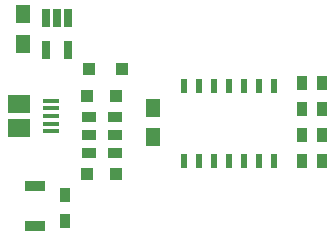
<source format=gtp>
G04 #@! TF.GenerationSoftware,KiCad,Pcbnew,(5.0.0)*
G04 #@! TF.CreationDate,2018-08-19T14:30:57-03:00*
G04 #@! TF.ProjectId,franzininho-tiny841,6672616E7A696E696E686F2D74696E79,rev?*
G04 #@! TF.SameCoordinates,Original*
G04 #@! TF.FileFunction,Paste,Top*
G04 #@! TF.FilePolarity,Positive*
%FSLAX46Y46*%
G04 Gerber Fmt 4.6, Leading zero omitted, Abs format (unit mm)*
G04 Created by KiCad (PCBNEW (5.0.0)) date 08/19/18 14:30:57*
%MOMM*%
%LPD*%
G01*
G04 APERTURE LIST*
%ADD10R,1.250000X1.500000*%
%ADD11R,1.000000X1.000000*%
%ADD12R,1.100000X1.100000*%
%ADD13R,1.200000X0.900000*%
%ADD14R,0.900000X1.200000*%
%ADD15R,0.650000X1.560000*%
%ADD16R,0.508000X1.143000*%
%ADD17R,1.900000X1.500000*%
%ADD18R,1.350000X0.400000*%
%ADD19R,1.700000X0.900000*%
G04 APERTURE END LIST*
D10*
G04 #@! TO.C,C1*
X182054500Y-106914000D03*
X182054500Y-104414000D03*
G04 #@! TD*
G04 #@! TO.C,C2*
X193103500Y-114831500D03*
X193103500Y-112331500D03*
G04 #@! TD*
D11*
G04 #@! TO.C,D1*
X189992000Y-117983000D03*
X187492000Y-117983000D03*
G04 #@! TD*
G04 #@! TO.C,D2*
X187492000Y-111379000D03*
X189992000Y-111379000D03*
G04 #@! TD*
D12*
G04 #@! TO.C,D3*
X187706000Y-109093000D03*
X190506000Y-109093000D03*
G04 #@! TD*
D13*
G04 #@! TO.C,R1*
X187665000Y-113157000D03*
X189865000Y-113157000D03*
G04 #@! TD*
G04 #@! TO.C,R2*
X189865000Y-116205000D03*
X187665000Y-116205000D03*
G04 #@! TD*
G04 #@! TO.C,R3*
X187665000Y-114681000D03*
X189865000Y-114681000D03*
G04 #@! TD*
D14*
G04 #@! TO.C,R4*
X205740000Y-112458500D03*
X205740000Y-110258500D03*
G04 #@! TD*
G04 #@! TO.C,R5*
X205740000Y-116860500D03*
X205740000Y-114660500D03*
G04 #@! TD*
G04 #@! TO.C,R6*
X185674000Y-121920000D03*
X185674000Y-119720000D03*
G04 #@! TD*
D15*
G04 #@! TO.C,U1*
X185928000Y-107442000D03*
X184028000Y-107442000D03*
X184028000Y-104742000D03*
X184978000Y-104742000D03*
X185928000Y-104742000D03*
G04 #@! TD*
D16*
G04 #@! TO.C,U2*
X200787000Y-110490000D03*
X195707000Y-110490000D03*
X196977000Y-110490000D03*
X198247000Y-110490000D03*
X199517000Y-110490000D03*
X202057000Y-110490000D03*
X203327000Y-110490000D03*
X203327000Y-116840000D03*
X202057000Y-116840000D03*
X200787000Y-116840000D03*
X199517000Y-116840000D03*
X198247000Y-116840000D03*
X196977000Y-116840000D03*
X195707000Y-116840000D03*
G04 #@! TD*
D17*
G04 #@! TO.C,J1*
X181769500Y-114030000D03*
D18*
X184469500Y-112380000D03*
X184469500Y-111730000D03*
X184469500Y-114330000D03*
X184469500Y-113680000D03*
X184469500Y-113030000D03*
D17*
X181769500Y-112030000D03*
G04 #@! TD*
D19*
G04 #@! TO.C,SW1*
X183134000Y-118950000D03*
X183134000Y-122350000D03*
G04 #@! TD*
D14*
G04 #@! TO.C,D4*
X207391000Y-112458500D03*
X207391000Y-110258500D03*
G04 #@! TD*
G04 #@! TO.C,D5*
X207391000Y-114617500D03*
X207391000Y-116817500D03*
G04 #@! TD*
M02*

</source>
